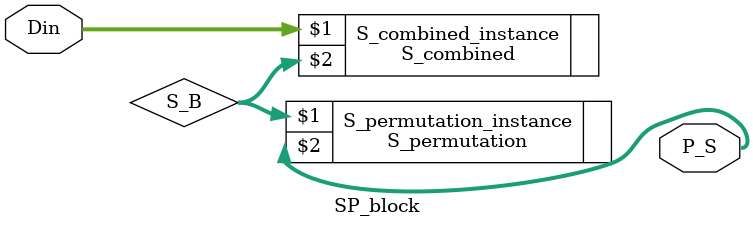
<source format=v>
`timescale 1ns / 1ps


module SP_block(
	input [47:0] Din,
	output [31:0] P_S
    );	

wire [31:0] S_B;

S_combined S_combined_instance(
    Din,
    S_B);
S_permutation S_permutation_instance(
    S_B,
    P_S
	 
    );

endmodule

</source>
